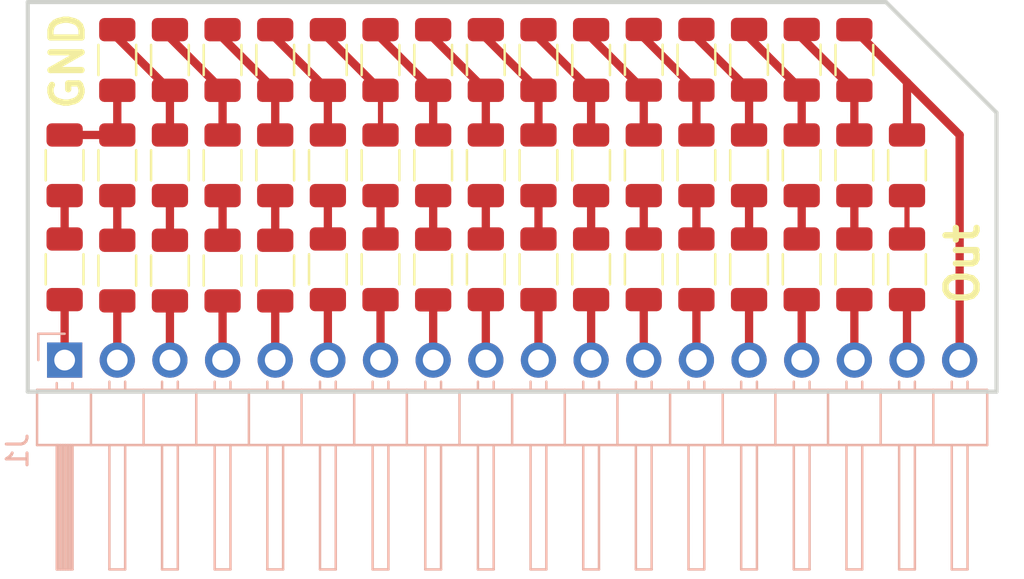
<source format=kicad_pcb>
(kicad_pcb (version 20221018) (generator pcbnew)
  (layers (0 "F.Cu" signal) (31 "B.Cu" signal) (34 "B.Paste" user) (35 "F.Paste" user) (36 "B.SilkS" user "B.Silkscreen") (37 "F.SilkS" user "F.Silkscreen") (38 "B.Mask" user) (39 "F.Mask" user) (44 "Edge.Cuts" user))
  (net 0 "")
  (net 1 "GND")
  (net 2 "Net-(J1-Pin_2)")
  (net 3 "Net-(J1-Pin_3)")
  (net 4 "Net-(J1-Pin_4)")
  (net 5 "Net-(J1-Pin_5)")
  (net 6 "Net-(J1-Pin_6)")
  (net 7 "Net-(J1-Pin_7)")
  (net 8 "Net-(J1-Pin_8)")
  (net 9 "Net-(J1-Pin_9)")
  (net 10 "Net-(J1-Pin_10)")
  (net 11 "Net-(J1-Pin_11)")
  (net 12 "Net-(J1-Pin_12)")
  (net 13 "Net-(J1-Pin_13)")
  (net 14 "Net-(J1-Pin_14)")
  (net 15 "Net-(J1-Pin_15)")
  (net 16 "Net-(J1-Pin_16)")
  (net 17 "Net-(J1-Pin_17)")
  (net 18 "Net-(J1-Pin_18)")
  (net 19 "Net-(R1-Pad1)")
  (net 20 "Net-(R1-Pad2)")
  (net 21 "Net-(R17-Pad2)")
  (net 22 "Net-(R3-Pad2)")
  (net 23 "Net-(R18-Pad2)")
  (net 24 "Net-(R5-Pad2)")
  (net 25 "Net-(R6-Pad2)")
  (net 26 "Net-(R12-Pad2)")
  (net 27 "Net-(R20-Pad2)")
  (net 28 "Net-(R10-Pad1)")
  (net 29 "Net-(R11-Pad1)")
  (net 30 "Net-(R11-Pad2)")
  (net 31 "Net-(R14-Pad2)")
  (net 32 "Net-(R21-Pad2)")
  (net 33 "Net-(R23-Pad2)")
  (net 34 "Net-(R15-Pad2)")
  (net 35 "Net-(R44-Pad2)")
  (net 36 "Net-(R24-Pad2)")
  (net 37 "Net-(R26-Pad2)")
  (net 38 "Net-(R27-Pad2)")
  (net 39 "Net-(R29-Pad2)")
  (net 40 "Net-(R30-Pad2)")
  (net 41 "Net-(R32-Pad2)")
  (net 42 "Net-(R33-Pad2)")
  (net 43 "Net-(R35-Pad2)")
  (net 44 "Net-(R36-Pad2)")
  (net 45 "Net-(R38-Pad2)")
  (net 46 "Net-(R39-Pad2)")
  (net 47 "Net-(R41-Pad2)")
  (net 48 "Net-(R42-Pad2)")
  (net 49 "Net-(R45-Pad2)")
  (net 50 "Net-(R48-Pad2)")
  (footprint "Resistor_SMD:R_1206_3216Metric" (layer "F.Cu") (at 149.86 27.8785 -90)
    (fp_text reference "R25" hide)
    (fp_text value "10k" hide)
    (pad "1" smd roundrect (at -1.4625 0 270) (size 1.125 1.75) (layers "F.Cu" "F.Paste" "F.Mask") (roundrect_rratio 0.2222222222) (net 36 "Net-(R24-Pad2)"))
    (pad "2" smd roundrect (at 1.4625 0 270) (size 1.125 1.75) (layers "F.Cu" "F.Paste" "F.Mask") (roundrect_rratio 0.2222222222) (net 9 "Net-(J1-Pin_9)"))
  )
  (footprint "Resistor_SMD:R_1206_3216Metric" (layer "F.Cu") (at 157.48 22.86 -90)
    (fp_text reference "R33" hide)
    (fp_text value "10k" hide)
    (pad "1" smd roundrect (at -1.4625 0 270) (size 1.125 1.75) (layers "F.Cu" "F.Paste" "F.Mask") (roundrect_rratio 0.2222222222) (net 41 "Net-(R32-Pad2)"))
    (pad "2" smd roundrect (at 1.4625 0 270) (size 1.125 1.75) (layers "F.Cu" "F.Paste" "F.Mask") (roundrect_rratio 0.2222222222) (net 42 "Net-(R33-Pad2)"))
  )
  (footprint "Resistor_SMD:R_1206_3216Metric" (layer "F.Cu") (at 152.4 17.78 90)
    (fp_text reference "R29" hide)
    (fp_text value "10k" hide)
    (pad "1" smd roundrect (at -1.4625 0 90) (size 1.125 1.75) (layers "F.Cu" "F.Paste" "F.Mask") (roundrect_rratio 0.2222222222) (net 37 "Net-(R26-Pad2)"))
    (pad "2" smd roundrect (at 1.4625 0 90) (size 1.125 1.75) (layers "F.Cu" "F.Paste" "F.Mask") (roundrect_rratio 0.2222222222) (net 39 "Net-(R29-Pad2)"))
  )
  (footprint "Resistor_SMD:R_1206_3216Metric" (layer "F.Cu") (at 160.02 22.86 -90)
    (fp_text reference "R36" hide)
    (fp_text value "10k" hide)
    (pad "1" smd roundrect (at -1.4625 0 270) (size 1.125 1.75) (layers "F.Cu" "F.Paste" "F.Mask") (roundrect_rratio 0.2222222222) (net 43 "Net-(R35-Pad2)"))
    (pad "2" smd roundrect (at 1.4625 0 270) (size 1.125 1.75) (layers "F.Cu" "F.Paste" "F.Mask") (roundrect_rratio 0.2222222222) (net 44 "Net-(R36-Pad2)"))
  )
  (footprint "Resistor_SMD:R_1206_3216Metric" (layer "F.Cu") (at 154.94 27.8785 -90)
    (fp_text reference "R31" hide)
    (fp_text value "10k" hide)
    (pad "1" smd roundrect (at -1.4625 0 270) (size 1.125 1.75) (layers "F.Cu" "F.Paste" "F.Mask") (roundrect_rratio 0.2222222222) (net 40 "Net-(R30-Pad2)"))
    (pad "2" smd roundrect (at 1.4625 0 270) (size 1.125 1.75) (layers "F.Cu" "F.Paste" "F.Mask") (roundrect_rratio 0.2222222222) (net 11 "Net-(J1-Pin_11)"))
  )
  (footprint "Resistor_SMD:R_1206_3216Metric" (layer "F.Cu") (at 170.18 27.8785 -90)
    (fp_text reference "R49" hide)
    (fp_text value "10k" hide)
    (pad "1" smd roundrect (at -1.4625 0 270) (size 1.125 1.75) (layers "F.Cu" "F.Paste" "F.Mask") (roundrect_rratio 0.2222222222) (net 50 "Net-(R48-Pad2)"))
    (pad "2" smd roundrect (at 1.4625 0 270) (size 1.125 1.75) (layers "F.Cu" "F.Paste" "F.Mask") (roundrect_rratio 0.2222222222) (net 17 "Net-(J1-Pin_17)"))
  )
  (footprint "Resistor_SMD:R_1206_3216Metric" (layer "F.Cu") (at 139.7 17.78 90)
    (fp_text reference "R14" hide)
    (fp_text value "10k" hide)
    (pad "1" smd roundrect (at -1.4625 0 90) (size 1.125 1.75) (layers "F.Cu" "F.Paste" "F.Mask") (roundrect_rratio 0.2222222222) (net 30 "Net-(R11-Pad2)"))
    (pad "2" smd roundrect (at 1.4625 0 90) (size 1.125 1.75) (layers "F.Cu" "F.Paste" "F.Mask") (roundrect_rratio 0.2222222222) (net 31 "Net-(R14-Pad2)"))
  )
  (footprint "Resistor_SMD:R_1206_3216Metric" (layer "F.Cu") (at 165.1 27.8785 -90)
    (fp_text reference "R43" hide)
    (fp_text value "10k" hide)
    (pad "1" smd roundrect (at -1.4625 0 270) (size 1.125 1.75) (layers "F.Cu" "F.Paste" "F.Mask") (roundrect_rratio 0.2222222222) (net 48 "Net-(R42-Pad2)"))
    (pad "2" smd roundrect (at 1.4625 0 270) (size 1.125 1.75) (layers "F.Cu" "F.Paste" "F.Mask") (roundrect_rratio 0.2222222222) (net 15 "Net-(J1-Pin_15)"))
  )
  (footprint "Resistor_SMD:R_1206_3216Metric" (layer "F.Cu") (at 170.18 22.86 -90)
    (fp_text reference "R48" hide)
    (fp_text value "10k" hide)
    (pad "1" smd roundrect (at -1.4625 0 270) (size 1.125 1.75) (layers "F.Cu" "F.Paste" "F.Mask") (roundrect_rratio 0.2222222222) (net 18 "Net-(J1-Pin_18)"))
    (pad "2" smd roundrect (at 1.4625 0 270) (size 1.125 1.75) (layers "F.Cu" "F.Paste" "F.Mask") (roundrect_rratio 0.2222222222) (net 50 "Net-(R48-Pad2)"))
  )
  (footprint "Resistor_SMD:R_1206_3216Metric" (layer "F.Cu") (at 167.64 22.86 -90)
    (fp_text reference "R45" hide)
    (fp_text value "10k" hide)
    (pad "1" smd roundrect (at -1.4625 0 270) (size 1.125 1.75) (layers "F.Cu" "F.Paste" "F.Mask") (roundrect_rratio 0.2222222222) (net 35 "Net-(R44-Pad2)"))
    (pad "2" smd roundrect (at 1.4625 0 270) (size 1.125 1.75) (layers "F.Cu" "F.Paste" "F.Mask") (roundrect_rratio 0.2222222222) (net 49 "Net-(R45-Pad2)"))
  )
  (footprint "Resistor_SMD:R_1206_3216Metric" (layer "F.Cu") (at 134.62 22.86 -90)
    (fp_text reference "R6" hide)
    (fp_text value "10k" hide)
    (pad "1" smd roundrect (at -1.4625 0 270) (size 1.125 1.75) (layers "F.Cu" "F.Paste" "F.Mask") (roundrect_rratio 0.2222222222) (net 24 "Net-(R5-Pad2)"))
    (pad "2" smd roundrect (at 1.4625 0 270) (size 1.125 1.75) (layers "F.Cu" "F.Paste" "F.Mask") (roundrect_rratio 0.2222222222) (net 25 "Net-(R6-Pad2)"))
  )
  (footprint "Resistor_SMD:R_1206_3216Metric" (layer "F.Cu") (at 144.78 27.8785 -90)
    (fp_text reference "R19" hide)
    (fp_text value "10k" hide)
    (pad "1" smd roundrect (at -1.4625 0 270) (size 1.125 1.75) (layers "F.Cu" "F.Paste" "F.Mask") (roundrect_rratio 0.2222222222) (net 23 "Net-(R18-Pad2)"))
    (pad "2" smd roundrect (at 1.4625 0 270) (size 1.125 1.75) (layers "F.Cu" "F.Paste" "F.Mask") (roundrect_rratio 0.2222222222) (net 7 "Net-(J1-Pin_7)"))
  )
  (footprint "Resistor_SMD:R_1206_3216Metric" (layer "F.Cu") (at 162.56 22.86 -90)
    (fp_text reference "R39" hide)
    (fp_text value "10k" hide)
    (pad "1" smd roundrect (at -1.4625 0 270) (size 1.125 1.75) (layers "F.Cu" "F.Paste" "F.Mask") (roundrect_rratio 0.2222222222) (net 45 "Net-(R38-Pad2)"))
    (pad "2" smd roundrect (at 1.4625 0 270) (size 1.125 1.75) (layers "F.Cu" "F.Paste" "F.Mask") (roundrect_rratio 0.2222222222) (net 46 "Net-(R39-Pad2)"))
  )
  (footprint "Resistor_SMD:R_1206_3216Metric" (layer "F.Cu") (at 134.62 27.94 -90)
    (fp_text reference "R7" hide)
    (fp_text value "10k" hide)
    (pad "1" smd roundrect (at -1.4625 0 270) (size 1.125 1.75) (layers "F.Cu" "F.Paste" "F.Mask") (roundrect_rratio 0.2222222222) (net 25 "Net-(R6-Pad2)"))
    (pad "2" smd roundrect (at 1.4625 0 270) (size 1.125 1.75) (layers "F.Cu" "F.Paste" "F.Mask") (roundrect_rratio 0.2222222222) (net 3 "Net-(J1-Pin_3)"))
  )
  (footprint "Resistor_SMD:R_1206_3216Metric" (layer "F.Cu") (at 139.7 27.94 -90)
    (fp_text reference "R13" hide)
    (fp_text value "10k" hide)
    (pad "1" smd roundrect (at -1.4625 0 270) (size 1.125 1.75) (layers "F.Cu" "F.Paste" "F.Mask") (roundrect_rratio 0.2222222222) (net 26 "Net-(R12-Pad2)"))
    (pad "2" smd roundrect (at 1.4625 0 270) (size 1.125 1.75) (layers "F.Cu" "F.Paste" "F.Mask") (roundrect_rratio 0.2222222222) (net 5 "Net-(J1-Pin_5)"))
  )
  (footprint "Resistor_SMD:R_1206_3216Metric" (layer "F.Cu") (at 152.4 22.86 -90)
    (fp_text reference "R27" hide)
    (fp_text value "10k" hide)
    (pad "1" smd roundrect (at -1.4625 0 270) (size 1.125 1.75) (layers "F.Cu" "F.Paste" "F.Mask") (roundrect_rratio 0.2222222222) (net 37 "Net-(R26-Pad2)"))
    (pad "2" smd roundrect (at 1.4625 0 270) (size 1.125 1.75) (layers "F.Cu" "F.Paste" "F.Mask") (roundrect_rratio 0.2222222222) (net 38 "Net-(R27-Pad2)"))
  )
  (footprint "Resistor_SMD:R_1206_3216Metric" (layer "F.Cu") (at 144.78 22.86 -90)
    (fp_text reference "R18" hide)
    (fp_text value "10k" hide)
    (pad "1" smd roundrect (at -1.4625 0 270) (size 1.125 1.75) (layers "F.Cu" "F.Paste" "F.Mask") (roundrect_rratio 0.2222222222) (net 21 "Net-(R17-Pad2)"))
    (pad "2" smd roundrect (at 1.4625 0 270) (size 1.125 1.75) (layers "F.Cu" "F.Paste" "F.Mask") (roundrect_rratio 0.2222222222) (net 23 "Net-(R18-Pad2)"))
  )
  (footprint "Resistor_SMD:R_1206_3216Metric" (layer "F.Cu") (at 160.02 27.8785 -90)
    (fp_text reference "R37" hide)
    (fp_text value "10k" hide)
    (pad "1" smd roundrect (at -1.4625 0 270) (size 1.125 1.75) (layers "F.Cu" "F.Paste" "F.Mask") (roundrect_rratio 0.2222222222) (net 44 "Net-(R36-Pad2)"))
    (pad "2" smd roundrect (at 1.4625 0 270) (size 1.125 1.75) (layers "F.Cu" "F.Paste" "F.Mask") (roundrect_rratio 0.2222222222) (net 13 "Net-(J1-Pin_13)"))
  )
  (footprint "Resistor_SMD:R_1206_3216Metric" (layer "F.Cu") (at 149.86 17.78 90)
    (fp_text reference "R26" hide)
    (fp_text value "10k" hide)
    (pad "1" smd roundrect (at -1.4625 0 90) (size 1.125 1.75) (layers "F.Cu" "F.Paste" "F.Mask") (roundrect_rratio 0.2222222222) (net 33 "Net-(R23-Pad2)"))
    (pad "2" smd roundrect (at 1.4625 0 90) (size 1.125 1.75) (layers "F.Cu" "F.Paste" "F.Mask") (roundrect_rratio 0.2222222222) (net 37 "Net-(R26-Pad2)"))
  )
  (footprint "Resistor_SMD:R_1206_3216Metric" (layer "F.Cu") (at 132.08 17.78 90)
    (fp_text reference "R5" hide)
    (fp_text value "10k" hide)
    (pad "1" smd roundrect (at -1.4625 0 90) (size 1.125 1.75) (layers "F.Cu" "F.Paste" "F.Mask") (roundrect_rratio 0.2222222222) (net 19 "Net-(R1-Pad1)"))
    (pad "2" smd roundrect (at 1.4625 0 90) (size 1.125 1.75) (layers "F.Cu" "F.Paste" "F.Mask") (roundrect_rratio 0.2222222222) (net 24 "Net-(R5-Pad2)"))
  )
  (footprint "Resistor_SMD:R_1206_3216Metric" (layer "F.Cu") (at 137.16 17.78 90)
    (fp_text reference "R11" hide)
    (fp_text value "10k" hide)
    (pad "1" smd roundrect (at -1.4625 0 90) (size 1.125 1.75) (layers "F.Cu" "F.Paste" "F.Mask") (roundrect_rratio 0.2222222222) (net 29 "Net-(R11-Pad1)"))
    (pad "2" smd roundrect (at 1.4625 0 90) (size 1.125 1.75) (layers "F.Cu" "F.Paste" "F.Mask") (roundrect_rratio 0.2222222222) (net 30 "Net-(R11-Pad2)"))
  )
  (footprint "Resistor_SMD:R_1206_3216Metric" (layer "F.Cu") (at 129.54 22.86 -90)
    (fp_text reference "R1" hide)
    (fp_text value "10k" hide)
    (pad "1" smd roundrect (at -1.4625 0 270) (size 1.125 1.75) (layers "F.Cu" "F.Paste" "F.Mask") (roundrect_rratio 0.2222222222) (net 19 "Net-(R1-Pad1)"))
    (pad "2" smd roundrect (at 1.4625 0 270) (size 1.125 1.75) (layers "F.Cu" "F.Paste" "F.Mask") (roundrect_rratio 0.2222222222) (net 20 "Net-(R1-Pad2)"))
  )
  (footprint "Resistor_SMD:R_1206_3216Metric" (layer "F.Cu") (at 134.62 17.78 90)
    (fp_text reference "R8" hide)
    (fp_text value "10k" hide)
    (pad "1" smd roundrect (at -1.4625 0 90) (size 1.125 1.75) (layers "F.Cu" "F.Paste" "F.Mask") (roundrect_rratio 0.2222222222) (net 24 "Net-(R5-Pad2)"))
    (pad "2" smd roundrect (at 1.4625 0 90) (size 1.125 1.75) (layers "F.Cu" "F.Paste" "F.Mask") (roundrect_rratio 0.2222222222) (net 29 "Net-(R11-Pad1)"))
  )
  (footprint "Resistor_SMD:R_1206_3216Metric" (layer "F.Cu") (at 129.54 27.8785 -90)
    (fp_text reference "R2" hide)
    (fp_text value "10k" hide)
    (pad "1" smd roundrect (at -1.4625 0 270) (size 1.125 1.75) (layers "F.Cu" "F.Paste" "F.Mask") (roundrect_rratio 0.2222222222) (net 20 "Net-(R1-Pad2)"))
    (pad "2" smd roundrect (at 1.4625 0 270) (size 1.125 1.75) (layers "F.Cu" "F.Paste" "F.Mask") (roundrect_rratio 0.2222222222) (net 1 "GND"))
  )
  (footprint "Resistor_SMD:R_1206_3216Metric" (layer "F.Cu") (at 157.48 17.7693 90)
    (fp_text reference "R35" hide)
    (fp_text value "10k" hide)
    (pad "1" smd roundrect (at -1.4625 0 90) (size 1.125 1.75) (layers "F.Cu" "F.Paste" "F.Mask") (roundrect_rratio 0.2222222222) (net 41 "Net-(R32-Pad2)"))
    (pad "2" smd roundrect (at 1.4625 0 90) (size 1.125 1.75) (layers "F.Cu" "F.Paste" "F.Mask") (roundrect_rratio 0.2222222222) (net 43 "Net-(R35-Pad2)"))
  )
  (footprint "Resistor_SMD:R_1206_3216Metric" (layer "F.Cu") (at 147.32 27.8892 -90)
    (fp_text reference "R22" hide)
    (fp_text value "10k" hide)
    (pad "1" smd roundrect (at -1.4625 0 270) (size 1.125 1.75) (layers "F.Cu" "F.Paste" "F.Mask") (roundrect_rratio 0.2222222222) (net 32 "Net-(R21-Pad2)"))
    (pad "2" smd roundrect (at 1.4625 0 270) (size 1.125 1.75) (layers "F.Cu" "F.Paste" "F.Mask") (roundrect_rratio 0.2222222222) (net 8 "Net-(J1-Pin_8)"))
  )
  (footprint "Resistor_SMD:R_1206_3216Metric" (layer "F.Cu") (at 147.32 22.86 -90)
    (fp_text reference "R21" hide)
    (fp_text value "10k" hide)
    (pad "1" smd roundrect (at -1.4625 0 270) (size 1.125 1.75) (layers "F.Cu" "F.Paste" "F.Mask") (roundrect_rratio 0.2222222222) (net 27 "Net-(R20-Pad2)"))
    (pad "2" smd roundrect (at 1.4625 0 270) (size 1.125 1.75) (layers "F.Cu" "F.Paste" "F.Mask") (roundrect_rratio 0.2222222222) (net 32 "Net-(R21-Pad2)"))
  )
  (footprint "Resistor_SMD:R_1206_3216Metric" (layer "F.Cu") (at 165.1 17.7693 90)
    (fp_text reference "R44" hide)
    (fp_text value "10k" hide)
    (pad "1" smd roundrect (at -1.4625 0 90) (size 1.125 1.75) (layers "F.Cu" "F.Paste" "F.Mask") (roundrect_rratio 0.2222222222) (net 47 "Net-(R41-Pad2)"))
    (pad "2" smd roundrect (at 1.4625 0 90) (size 1.125 1.75) (layers "F.Cu" "F.Paste" "F.Mask") (roundrect_rratio 0.2222222222) (net 35 "Net-(R44-Pad2)"))
  )
  (footprint "Resistor_SMD:R_1206_3216Metric" (layer "F.Cu") (at 137.16 22.86 -90)
    (fp_text reference "R9" hide)
    (fp_text value "10k" hide)
    (pad "1" smd roundrect (at -1.4625 0 270) (size 1.125 1.75) (layers "F.Cu" "F.Paste" "F.Mask") (roundrect_rratio 0.2222222222) (net 29 "Net-(R11-Pad1)"))
    (pad "2" smd roundrect (at 1.4625 0 270) (size 1.125 1.75) (layers "F.Cu" "F.Paste" "F.Mask") (roundrect_rratio 0.2222222222) (net 28 "Net-(R10-Pad1)"))
  )
  (footprint "Resistor_SMD:R_1206_3216Metric" (layer "F.Cu") (at 167.64 27.8785 -90)
    (fp_text reference "R46" hide)
    (fp_text value "10k" hide)
    (pad "1" smd roundrect (at -1.4625 0 270) (size 1.125 1.75) (layers "F.Cu" "F.Paste" "F.Mask") (roundrect_rratio 0.2222222222) (net 49 "Net-(R45-Pad2)"))
    (pad "2" smd roundrect (at 1.4625 0 270) (size 1.125 1.75) (layers "F.Cu" "F.Paste" "F.Mask") (roundrect_rratio 0.2222222222) (net 16 "Net-(J1-Pin_16)"))
  )
  (footprint "Resistor_SMD:R_1206_3216Metric" (layer "F.Cu") (at 152.4 27.8785 -90)
    (fp_text reference "R28" hide)
    (fp_text value "10k" hide)
    (pad "1" smd roundrect (at -1.4625 0 270) (size 1.125 1.75) (layers "F.Cu" "F.Paste" "F.Mask") (roundrect_rratio 0.2222222222) (net 38 "Net-(R27-Pad2)"))
    (pad "2" smd roundrect (at 1.4625 0 270) (size 1.125 1.75) (layers "F.Cu" "F.Paste" "F.Mask") (roundrect_rratio 0.2222222222) (net 10 "Net-(J1-Pin_10)"))
  )
  (footprint "Resistor_SMD:R_1206_3216Metric" (layer "F.Cu") (at 149.86 22.86 -90)
    (fp_text reference "R24" hide)
    (fp_text value "10k" hide)
    (pad "1" smd roundrect (at -1.4625 0 270) (size 1.125 1.75) (layers "F.Cu" "F.Paste" "F.Mask") (roundrect_rratio 0.2222222222) (net 33 "Net-(R23-Pad2)"))
    (pad "2" smd roundrect (at 1.4625 0 270) (size 1.125 1.75) (layers "F.Cu" "F.Paste" "F.Mask") (roundrect_rratio 0.2222222222) (net 36 "Net-(R24-Pad2)"))
  )
  (footprint "Resistor_SMD:R_1206_3216Metric" (layer "F.Cu") (at 154.94 22.86 -90)
    (fp_text reference "R30" hide)
    (fp_text value "10k" hide)
    (pad "1" smd roundrect (at -1.4625 0 270) (size 1.125 1.75) (layers "F.Cu" "F.Paste" "F.Mask") (roundrect_rratio 0.2222222222) (net 39 "Net-(R29-Pad2)"))
    (pad "2" smd roundrect (at 1.4625 0 270) (size 1.125 1.75) (layers "F.Cu" "F.Paste" "F.Mask") (roundrect_rratio 0.2222222222) (net 40 "Net-(R30-Pad2)"))
  )
  (footprint "Resistor_SMD:R_1206_3216Metric" (layer "F.Cu") (at 142.24 27.8785 -90)
    (fp_text reference "R16" hide)
    (fp_text value "10k" hide)
    (pad "1" smd roundrect (at -1.4625 0 270) (size 1.125 1.75) (layers "F.Cu" "F.Paste" "F.Mask") (roundrect_rratio 0.2222222222) (net 34 "Net-(R15-Pad2)"))
    (pad "2" smd roundrect (at 1.4625 0 270) (size 1.125 1.75) (layers "F.Cu" "F.Paste" "F.Mask") (roundrect_rratio 0.2222222222) (net 6 "Net-(J1-Pin_6)"))
  )
  (footprint "Resistor_SMD:R_1206_3216Metric" (layer "F.Cu") (at 137.16 27.94 -90)
    (fp_text reference "R10" hide)
    (fp_text value "10k" hide)
    (pad "1" smd roundrect (at -1.4625 0 270) (size 1.125 1.75) (layers "F.Cu" "F.Paste" "F.Mask") (roundrect_rratio 0.2222222222) (net 28 "Net-(R10-Pad1)"))
    (pad "2" smd roundrect (at 1.4625 0 270) (size 1.125 1.75) (layers "F.Cu" "F.Paste" "F.Mask") (roundrect_rratio 0.2222222222) (net 4 "Net-(J1-Pin_4)"))
  )
  (footprint "Resistor_SMD:R_1206_3216Metric" (layer "F.Cu") (at 139.7 22.86 -90)
    (fp_text reference "R12" hide)
    (fp_text value "10k" hide)
    (pad "1" smd roundrect (at -1.4625 0 270) (size 1.125 1.75) (layers "F.Cu" "F.Paste" "F.Mask") (roundrect_rratio 0.2222222222) (net 30 "Net-(R11-Pad2)"))
    (pad "2" smd roundrect (at 1.4625 0 270) (size 1.125 1.75) (layers "F.Cu" "F.Paste" "F.Mask") (roundrect_rratio 0.2222222222) (net 26 "Net-(R12-Pad2)"))
  )
  (footprint "Resistor_SMD:R_1206_3216Metric" (layer "F.Cu") (at 142.24 22.86 -90)
    (fp_text reference "R15" hide)
    (fp_text value "10k" hide)
    (pad "1" smd roundrect (at -1.4625 0 270) (size 1.125 1.75) (layers "F.Cu" "F.Paste" "F.Mask") (roundrect_rratio 0.2222222222) (net 31 "Net-(R14-Pad2)"))
    (pad "2" smd roundrect (at 1.4625 0 270) (size 1.125 1.75) (layers "F.Cu" "F.Paste" "F.Mask") (roundrect_rratio 0.2222222222) (net 34 "Net-(R15-Pad2)"))
  )
  (footprint "Resistor_SMD:R_1206_3216Metric" (layer "F.Cu") (at 160.02 17.7693 90)
    (fp_text reference "R38" hide)
    (fp_text value "10k" hide)
    (pad "1" smd roundrect (at -1.4625 0 90) (size 1.125 1.75) (layers "F.Cu" "F.Paste" "F.Mask") (roundrect_rratio 0.2222222222) (net 43 "Net-(R35-Pad2)"))
    (pad "2" smd roundrect (at 1.4625 0 90) (size 1.125 1.75) (layers "F.Cu" "F.Paste" "F.Mask") (roundrect_rratio 0.2222222222) (net 45 "Net-(R38-Pad2)"))
  )
  (footprint "Resistor_SMD:R_1206_3216Metric" (layer "F.Cu") (at 132.08 27.94 -90)
    (fp_text reference "R4" hide)
    (fp_text value "10k" hide)
    (pad "1" smd roundrect (at -1.4625 0 270) (size 1.125 1.75) (layers "F.Cu" "F.Paste" "F.Mask") (roundrect_rratio 0.2222222222) (net 22 "Net-(R3-Pad2)"))
    (pad "2" smd roundrect (at 1.4625 0 270) (size 1.125 1.75) (layers "F.Cu" "F.Paste" "F.Mask") (roundrect_rratio 0.2222222222) (net 2 "Net-(J1-Pin_2)"))
  )
  (footprint "Resistor_SMD:R_1206_3216Metric" (layer "F.Cu") (at 165.1 22.86 -90)
    (fp_text reference "R42" hide)
    (fp_text value "10k" hide)
    (pad "1" smd roundrect (at -1.4625 0 270) (size 1.125 1.75) (layers "F.Cu" "F.Paste" "F.Mask") (roundrect_rratio 0.2222222222) (net 47 "Net-(R41-Pad2)"))
    (pad "2" smd roundrect (at 1.4625 0 270) (size 1.125 1.75) (layers "F.Cu" "F.Paste" "F.Mask") (roundrect_rratio 0.2222222222) (net 48 "Net-(R42-Pad2)"))
  )
  (footprint "Resistor_SMD:R_1206_3216Metric" (layer "F.Cu") (at 142.24 17.78 90)
    (fp_text reference "R17" hide)
    (fp_text value "10k" hide)
    (pad "1" smd roundrect (at -1.4625 0 90) (size 1.125 1.75) (layers "F.Cu" "F.Paste" "F.Mask") (roundrect_rratio 0.2222222222) (net 31 "Net-(R14-Pad2)"))
    (pad "2" smd roundrect (at 1.4625 0 90) (size 1.125 1.75) (layers "F.Cu" "F.Paste" "F.Mask") (roundrect_rratio 0.2222222222) (net 21 "Net-(R17-Pad2)"))
  )
  (footprint "Resistor_SMD:R_1206_3216Metric" (layer "F.Cu") (at 167.64 17.78 90)
    (fp_text reference "R47" hide)
    (fp_text value "10k" hide)
    (pad "1" smd roundrect (at -1.4625 0 90) (size 1.125 1.75) (layers "F.Cu" "F.Paste" "F.Mask") (roundrect_rratio 0.2222222222) (net 35 "Net-(R44-Pad2)"))
    (pad "2" smd roundrect (at 1.4625 0 90) (size 1.125 1.75) (layers "F.Cu" "F.Paste" "F.Mask") (roundrect_rratio 0.2222222222) (net 18 "Net-(J1-Pin_18)"))
  )
  (footprint "Resistor_SMD:R_1206_3216Metric" (layer "F.Cu") (at 157.48 27.8785 -90)
    (fp_text reference "R34" hide)
    (fp_text value "10k" hide)
    (pad "1" smd roundrect (at -1.4625 0 270) (size 1.125 1.75) (layers "F.Cu" "F.Paste" "F.Mask") (roundrect_rratio 0.2222222222) (net 42 "Net-(R33-Pad2)"))
    (pad "2" smd roundrect (at 1.4625 0 270) (size 1.125 1.75) (layers "F.Cu" "F.Paste" "F.Mask") (roundrect_rratio 0.2222222222) (net 12 "Net-(J1-Pin_12)"))
  )
  (footprint "Resistor_SMD:R_1206_3216Metric" (layer "F.Cu") (at 132.08 22.86 -90)
    (fp_text reference "R3" hide)
    (fp_text value "10k" hide)
    (pad "1" smd roundrect (at -1.4625 0 270) (size 1.125 1.75) (layers "F.Cu" "F.Paste" "F.Mask") (roundrect_rratio 0.2222222222) (net 19 "Net-(R1-Pad1)"))
    (pad "2" smd roundrect (at 1.4625 0 270) (size 1.125 1.75) (layers "F.Cu" "F.Paste" "F.Mask") (roundrect_rratio 0.2222222222) (net 22 "Net-(R3-Pad2)"))
  )
  (footprint "Resistor_SMD:R_1206_3216Metric" (layer "F.Cu") (at 154.94 17.78 90)
    (fp_text reference "R32" hide)
    (fp_text value "10k" hide)
    (pad "1" smd roundrect (at -1.4625 0 90) (size 1.125 1.75) (layers "F.Cu" "F.Paste" "F.Mask") (roundrect_rratio 0.2222222222) (net 39 "Net-(R29-Pad2)"))
    (pad "2" smd roundrect (at 1.4625 0 90) (size 1.125 1.75) (layers "F.Cu" "F.Paste" "F.Mask") (roundrect_rratio 0.2222222222) (net 41 "Net-(R32-Pad2)"))
  )
  (footprint "Resistor_SMD:R_1206_3216Metric" (layer "F.Cu") (at 144.78 17.78 90)
    (fp_text reference "R20" hide)
    (fp_text value "10k" hide)
    (pad "1" smd roundrect (at -1.4625 0 90) (size 1.125 1.75) (layers "F.Cu" "F.Paste" "F.Mask") (roundrect_rratio 0.2222222222) (net 21 "Net-(R17-Pad2)"))
    (pad "2" smd roundrect (at 1.4625 0 90) (size 1.125 1.75) (layers "F.Cu" "F.Paste" "F.Mask") (roundrect_rratio 0.2222222222) (net 27 "Net-(R20-Pad2)"))
  )
  (footprint "Resistor_SMD:R_1206_3216Metric" (layer "F.Cu") (at 162.56 27.8785 -90)
    (fp_text reference "R40" hide)
    (fp_text value "10k" hide)
    (pad "1" smd roundrect (at -1.4625 0 270) (size 1.125 1.75) (layers "F.Cu" "F.Paste" "F.Mask") (roundrect_rratio 0.2222222222) (net 46 "Net-(R39-Pad2)"))
    (pad "2" smd roundrect (at 1.4625 0 270) (size 1.125 1.75) (layers "F.Cu" "F.Paste" "F.Mask") (roundrect_rratio 0.2222222222) (net 14 "Net-(J1-Pin_14)"))
  )
  (footprint "Resistor_SMD:R_1206_3216Metric" (layer "F.Cu") (at 147.32 17.78 90)
    (fp_text reference "R23" hide)
    (fp_text value "10k" hide)
    (pad "1" smd roundrect (at -1.4625 0 90) (size 1.125 1.75) (layers "F.Cu" "F.Paste" "F.Mask") (roundrect_rratio 0.2222222222) (net 27 "Net-(R20-Pad2)"))
    (pad "2" smd roundrect (at 1.4625 0 90) (size 1.125 1.75) (layers "F.Cu" "F.Paste" "F.Mask") (roundrect_rratio 0.2222222222) (net 33 "Net-(R23-Pad2)"))
  )
  (footprint "Resistor_SMD:R_1206_3216Metric" (layer "F.Cu") (at 162.56 17.7693 90)
    (fp_text reference "R41" hide)
    (fp_text value "10k" hide)
    (pad "1" smd roundrect (at -1.4625 0 90) (size 1.125 1.75) (layers "F.Cu" "F.Paste" "F.Mask") (roundrect_rratio 0.2222222222) (net 45 "Net-(R38-Pad2)"))
    (pad "2" smd roundrect (at 1.4625 0 90) (size 1.125 1.75) (layers "F.Cu" "F.Paste" "F.Mask") (roundrect_rratio 0.2222222222) (net 47 "Net-(R41-Pad2)"))
  )
  (footprint "Connector_PinHeader_2.54mm:PinHeader_1x18_P2.54mm_Horizontal" (layer "B.Cu") (at 129.54 32.258 -90)
    (fp_text reference "J1" (at 4.385 2.27 90) (layer "B.SilkS") (effects (justify mirror)))
    (fp_text value "Conn_01x18")
    (pad "1" thru_hole rect (at 0 0 270) (size 1.7 1.7) (drill 1) (layers "*.Cu" "*.Mask") (net 1 "GND"))
    (pad "2" thru_hole oval (at 0 -2.54 270) (size 1.7 1.7) (drill 1) (layers "*.Cu" "*.Mask") (net 2 "Net-(J1-Pin_2)"))
    (pad "3" thru_hole oval (at 0 -5.08 270) (size 1.7 1.7) (drill 1) (layers "*.Cu" "*.Mask") (net 3 "Net-(J1-Pin_3)"))
    (pad "4" thru_hole oval (at 0 -7.62 270) (size 1.7 1.7) (drill 1) (layers "*.Cu" "*.Mask") (net 4 "Net-(J1-Pin_4)"))
    (pad "5" thru_hole oval (at 0 -10.16 270) (size 1.7 1.7) (drill 1) (layers "*.Cu" "*.Mask") (net 5 "Net-(J1-Pin_5)"))
    (pad "6" thru_hole oval (at 0 -12.7 270) (size 1.7 1.7) (drill 1) (layers "*.Cu" "*.Mask") (net 6 "Net-(J1-Pin_6)"))
    (pad "7" thru_hole oval (at 0 -15.24 270) (size 1.7 1.7) (drill 1) (layers "*.Cu" "*.Mask") (net 7 "Net-(J1-Pin_7)"))
    (pad "8" thru_hole oval (at 0 -17.78 270) (size 1.7 1.7) (drill 1) (layers "*.Cu" "*.Mask") (net 8 "Net-(J1-Pin_8)"))
    (pad "9" thru_hole oval (at 0 -20.32 270) (size 1.7 1.7) (drill 1) (layers "*.Cu" "*.Mask") (net 9 "Net-(J1-Pin_9)"))
    (pad "10" thru_hole oval (at 0 -22.86 270) (size 1.7 1.7) (drill 1) (layers "*.Cu" "*.Mask") (net 10 "Net-(J1-Pin_10)"))
    (pad "11" thru_hole oval (at 0 -25.4 270) (size 1.7 1.7) (drill 1) (layers "*.Cu" "*.Mask") (net 11 "Net-(J1-Pin_11)"))
    (pad "12" thru_hole oval (at 0 -27.94 270) (size 1.7 1.7) (drill 1) (layers "*.Cu" "*.Mask") (net 12 "Net-(J1-Pin_12)"))
    (pad "13" thru_hole oval (at 0 -30.48 270) (size 1.7 1.7) (drill 1) (layers "*.Cu" "*.Mask") (net 13 "Net-(J1-Pin_13)"))
    (pad "14" thru_hole oval (at 0 -33.02 270) (size 1.7 1.7) (drill 1) (layers "*.Cu" "*.Mask") (net 14 "Net-(J1-Pin_14)"))
    (pad "15" thru_hole oval (at 0 -35.56 270) (size 1.7 1.7) (drill 1) (layers "*.Cu" "*.Mask") (net 15 "Net-(J1-Pin_15)"))
    (pad "16" thru_hole oval (at 0 -38.1 270) (size 1.7 1.7) (drill 1) (layers "*.Cu" "*.Mask") (net 16 "Net-(J1-Pin_16)"))
    (pad "17" thru_hole oval (at 0 -40.64 270) (size 1.7 1.7) (drill 1) (layers "*.Cu" "*.Mask") (net 17 "Net-(J1-Pin_17)"))
    (pad "18" thru_hole oval (at 0 -43.18 270) (size 1.7 1.7) (drill 1) (layers "*.Cu" "*.Mask") (net 18 "Net-(J1-Pin_18)"))
  )
  (gr_line (start 127.762 33.782) (end 127.762 14.986) (stroke (width 0.2)) (layer "Edge.Cuts"))
  (gr_line (start 174.498 20.32) (end 174.498 33.782) (stroke (width 0.2)) (layer "Edge.Cuts"))
  (gr_line (start 174.498 33.782) (end 127.762 33.782) (stroke (width 0.2)) (layer "Edge.Cuts"))
  (gr_line (start 127.762 14.986) (end 169.164 14.986) (stroke (width 0.2)) (layer "Edge.Cuts"))
  (gr_line (start 169.164 14.986) (end 174.498 20.32) (stroke (width 0.2)) (layer "Edge.Cuts"))
  (gr_text "Out" (at 173.736 29.718 90) (layer "F.SilkS") (effects (font (size 1.5 1.5) (thickness 0.3) bold) (justify left bottom)))
  (gr_text "GND" (at 130.556 20.32 90) (layer "F.SilkS") (effects (font (size 1.5 1.5) (thickness 0.3) bold) (justify left bottom)))
  (segment (start 129.54 32.258) (end 129.54 29.341) (width 0.4) (layer "F.Cu") (net 1))
  (segment (start 132.08 29.4025) (end 132.08 32.258) (width 0.4) (layer "F.Cu") (net 2))
  (segment (start 134.62 32.258) (end 134.62 29.4025) (width 0.4) (layer "F.Cu") (net 3))
  (segment (start 137.16 29.4025) (end 137.16 32.258) (width 0.4) (layer "F.Cu") (net 4))
  (segment (start 139.7 29.4025) (end 139.7 32.258) (width 0.4) (layer "F.Cu") (net 5))
  (segment (start 142.24 29.341) (end 142.24 32.258) (width 0.4) (layer "F.Cu") (net 6))
  (segment (start 144.78 29.341) (end 144.78 32.258) (width 0.4) (layer "F.Cu") (net 7))
  (segment (start 147.32 29.3517) (end 147.32 32.258) (width 0.4) (layer "F.Cu") (net 8))
  (segment (start 147.32 29.3517) (end 147.32 29.21) (width 0.4) (layer "F.Cu") (net 8))
  (segment (start 149.86 29.341) (end 149.86 32.258) (width 0.4) (layer "F.Cu") (net 9))
  (segment (start 152.4 29.341) (end 152.4 32.258) (width 0.4) (layer "F.Cu") (net 10))
  (segment (start 154.94 29.341) (end 154.94 32.258) (width 0.4) (layer "F.Cu") (net 11))
  (segment (start 157.48 29.341) (end 157.48 32.258) (width 0.4) (layer "F.Cu") (net 12))
  (segment (start 160.02 29.341) (end 160.02 32.258) (width 0.4) (layer "F.Cu") (net 13))
  (segment (start 162.56 29.341) (end 162.56 32.258) (width 0.4) (layer "F.Cu") (net 14))
  (segment (start 165.1 29.341) (end 165.1 32.258) (width 0.4) (layer "F.Cu") (net 15))
  (segment (start 167.64 29.341) (end 167.64 32.258) (width 0.4) (layer "F.Cu") (net 16))
  (segment (start 170.18 29.341) (end 170.18 32.258) (width 0.4) (layer "F.Cu") (net 17))
  (segment (start 172.72 21.3975) (end 170.18 18.8575) (width 0.4) (layer "F.Cu") (net 18))
  (segment (start 172.72 32.258) (end 172.72 21.3975) (width 0.4) (layer "F.Cu") (net 18))
  (segment (start 170.18 18.8575) (end 167.64 16.3175) (width 0.4) (layer "F.Cu") (net 18))
  (segment (start 170.18 21.3975) (end 170.18 18.8575) (width 0.4) (layer "F.Cu") (net 18))
  (segment (start 129.54 21.3975) (end 132.08 21.3975) (width 0.4) (layer "F.Cu") (net 19))
  (segment (start 132.08 19.2425) (end 132.08 21.3975) (width 0.4) (layer "F.Cu") (net 19))
  (segment (start 129.54 24.3225) (end 129.54 26.416) (width 0.4) (layer "F.Cu") (net 20))
  (segment (start 144.78 18.8575) (end 144.78 19.2425) (width 0.25) (layer "F.Cu") (net 21))
  (segment (start 142.24 16.3175) (end 142.24 16.7025) (width 0.4) (layer "F.Cu") (net 21))
  (segment (start 144.78 19.2425) (end 144.78 21.3975) (width 0.25) (layer "F.Cu") (net 21))
  (segment (start 142.24 16.7025) (end 144.78 19.2425) (width 0.4) (layer "F.Cu") (net 21))
  (segment (start 132.08 24.3225) (end 132.08 26.4775) (width 0.4) (layer "F.Cu") (net 22))
  (segment (start 144.78 24.3225) (end 144.78 26.416) (width 0.4) (layer "F.Cu") (net 23))
  (segment (start 132.08 16.3175) (end 132.08 16.7025) (width 0.4) (layer "F.Cu") (net 24))
  (segment (start 134.62 19.2425) (end 134.62 21.3975) (width 0.4) (layer "F.Cu") (net 24))
  (segment (start 132.08 16.7025) (end 134.62 19.2425) (width 0.4) (layer "F.Cu") (net 24))
  (segment (start 134.62 24.3225) (end 134.62 26.4775) (width 0.4) (layer "F.Cu") (net 25))
  (segment (start 139.7 24.3225) (end 139.7 26.4775) (width 0.4) (layer "F.Cu") (net 26))
  (segment (start 144.78 16.3175) (end 144.78 16.7025) (width 0.4) (layer "F.Cu") (net 27))
  (segment (start 147.32 19.2425) (end 147.32 21.3975) (width 0.4) (layer "F.Cu") (net 27))
  (segment (start 144.78 16.7025) (end 147.32 19.2425) (width 0.4) (layer "F.Cu") (net 27))
  (segment (start 137.16 24.3225) (end 137.16 26.4775) (width 0.4) (layer "F.Cu") (net 28))
  (segment (start 137.16 19.2425) (end 137.16 21.3975) (width 0.4) (layer "F.Cu") (net 29))
  (segment (start 134.62 16.7025) (end 137.16 19.2425) (width 0.4) (layer "F.Cu") (net 29))
  (segment (start 134.62 16.3175) (end 134.62 16.7025) (width 0.4) (layer "F.Cu") (net 29))
  (segment (start 139.7 19.2425) (end 139.7 21.3975) (width 0.4) (layer "F.Cu") (net 30))
  (segment (start 137.16 16.7025) (end 139.7 19.2425) (width 0.4) (layer "F.Cu") (net 30))
  (segment (start 137.16 16.3175) (end 137.16 16.7025) (width 0.4) (layer "F.Cu") (net 30))
  (segment (start 139.7 16.7025) (end 142.24 19.2425) (width 0.4) (layer "F.Cu") (net 31))
  (segment (start 139.7 16.3175) (end 139.7 16.7025) (width 0.4) (layer "F.Cu") (net 31))
  (segment (start 142.24 19.2425) (end 142.24 21.3975) (width 0.4) (layer "F.Cu") (net 31))
  (segment (start 147.32 24.3225) (end 147.32 26.4267) (width 0.4) (layer "F.Cu") (net 32))
  (segment (start 149.86 19.2425) (end 149.86 21.3975) (width 0.4) (layer "F.Cu") (net 33))
  (segment (start 147.32 16.3175) (end 147.32 16.7025) (width 0.4) (layer "F.Cu") (net 33))
  (segment (start 147.32 16.7025) (end 149.86 19.2425) (width 0.4) (layer "F.Cu") (net 33))
  (segment (start 142.24 24.3225) (end 142.24 26.416) (width 0.4) (layer "F.Cu") (net 34))
  (segment (start 167.64 19.2425) (end 167.64 21.3975) (width 0.4) (layer "F.Cu") (net 35))
  (segment (start 165.1 16.7025) (end 167.64 19.2425) (width 0.4) (layer "F.Cu") (net 35))
  (segment (start 165.1 16.3068) (end 165.1 16.7025) (width 0.4) (layer "F.Cu") (net 35))
  (segment (start 149.86 24.3225) (end 149.86 26.416) (width 0.4) (layer "F.Cu") (net 36))
  (segment (start 149.86 16.3175) (end 149.86 16.7025) (width 0.4) (layer "F.Cu") (net 37))
  (segment (start 152.4 19.2425) (end 152.4 21.3975) (width 0.4) (layer "F.Cu") (net 37))
  (segment (start 149.86 16.7025) (end 152.4 19.2425) (width 0.4) (layer "F.Cu") (net 37))
  (segment (start 152.4 24.3225) (end 152.4 26.416) (width 0.4) (layer "F.Cu") (net 38))
  (segment (start 152.4 16.3175) (end 152.4 16.7025) (width 0.4) (layer "F.Cu") (net 39))
  (segment (start 154.94 19.2425) (end 154.94 21.3975) (width 0.4) (layer "F.Cu") (net 39))
  (segment (start 152.4 16.7025) (end 154.94 19.2425) (width 0.4) (layer "F.Cu") (net 39))
  (segment (start 154.94 24.3225) (end 154.94 26.416) (width 0.4) (layer "F.Cu") (net 40))
  (segment (start 154.94 16.3175) (end 154.94 16.6918) (width 0.4) (layer "F.Cu") (net 41))
  (segment (start 154.94 16.6918) (end 157.48 19.2318) (width 0.4) (layer "F.Cu") (net 41))
  (segment (start 157.48 19.2318) (end 157.48 21.3975) (width 0.4) (layer "F.Cu") (net 41))
  (segment (start 157.48 24.3225) (end 157.48 26.416) (width 0.4) (layer "F.Cu") (net 42))
  (segment (start 160.02 19.2318) (end 160.02 21.3975) (width 0.4) (layer "F.Cu") (net 43))
  (segment (start 157.48 16.6918) (end 160.02 19.2318) (width 0.4) (layer "F.Cu") (net 43))
  (segment (start 157.48 16.3068) (end 157.48 16.6918) (width 0.4) (layer "F.Cu") (net 43))
  (segment (start 160.02 24.3225) (end 160.02 26.416) (width 0.4) (layer "F.Cu") (net 44))
  (segment (start 162.56 19.2318) (end 162.56 21.3975) (width 0.4) (layer "F.Cu") (net 45))
  (segment (start 160.02 16.3068) (end 160.02 16.6918) (width 0.4) (layer "F.Cu") (net 45))
  (segment (start 160.02 16.6918) (end 162.56 19.2318) (width 0.4) (layer "F.Cu") (net 45))
  (segment (start 162.56 24.3225) (end 162.56 26.416) (width 0.4) (layer "F.Cu") (net 46))
  (segment (start 162.56 16.6918) (end 165.1 19.2318) (width 0.4) (layer "F.Cu") (net 47))
  (segment (start 165.1 19.2318) (end 165.1 21.3975) (width 0.4) (layer "F.Cu") (net 47))
  (segment (start 162.56 16.3068) (end 162.56 16.6918) (width 0.4) (layer "F.Cu") (net 47))
  (segment (start 165.1 24.3225) (end 165.1 26.416) (width 0.4) (layer "F.Cu") (net 48))
  (segment (start 167.64 24.3225) (end 167.64 26.416) (width 0.4) (layer "F.Cu") (net 49))
  (segment (start 170.18 26.416) (end 170.18 24.3225) (width 0.25) (layer "F.Cu") (net 50))
)
</source>
